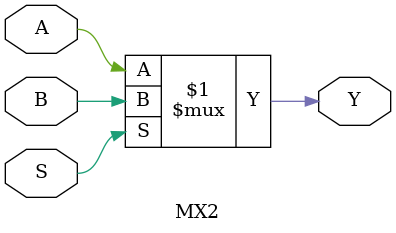
<source format=v>
module MX2 (
	input A, B, S,
	output Y
);
	assign Y = S ? B : A;
endmodule
</source>
